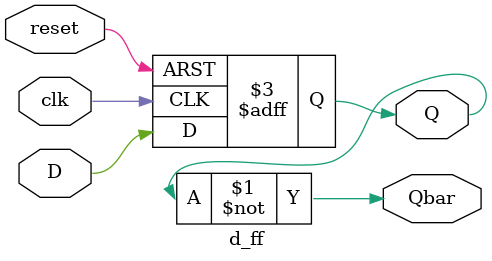
<source format=v>
module d_ff(clk, reset, D, Q, Qbar);
    input clk, reset;
    input D;
    output reg Q;
    output Qbar;

    assign Qbar = ~Q;

    always @(posedge clk or posedge reset) begin
        if (reset)
            Q <= 1'b0;
        else
            Q <= D;
    end
endmodule

</source>
